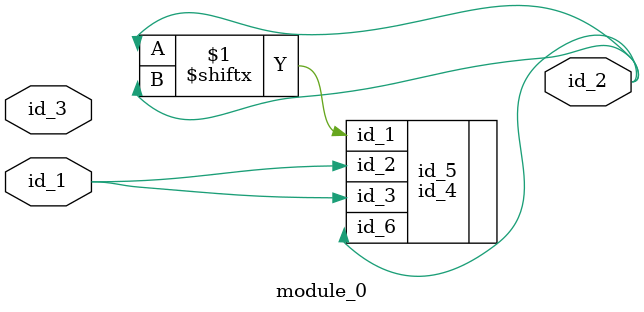
<source format=v>
module module_0 (
    id_1,
    id_2,
    id_3
);
  input id_3;
  output id_2;
  input id_1;
  id_4 id_5 (
      .id_1(id_3),
      .id_1(id_2),
      .id_3(id_3),
      .id_2(id_1),
      .id_2(id_1),
      .id_1(id_2[id_2]),
      .id_6(id_2),
      .id_3(id_1)
  );
endmodule

</source>
